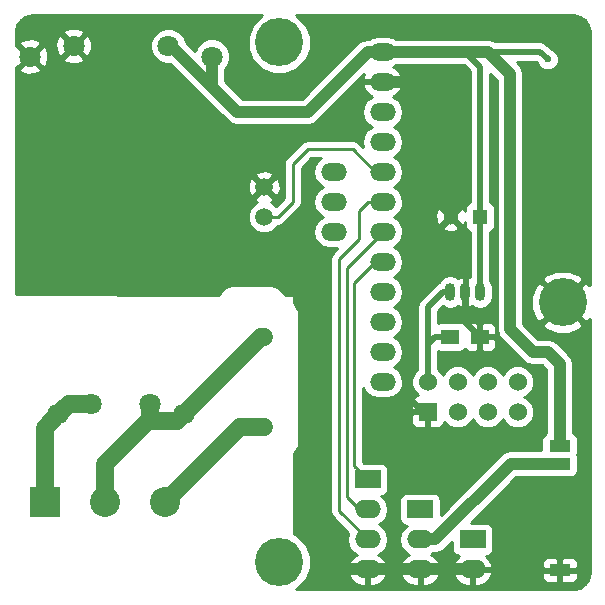
<source format=gbl>
G04 #@! TF.FileFunction,Copper,L2,Bot,Signal*
%FSLAX46Y46*%
G04 Gerber Fmt 4.6, Leading zero omitted, Abs format (unit mm)*
G04 Created by KiCad (PCBNEW 4.0.2-stable) date 8-9-2016 20:36:08*
%MOMM*%
G01*
G04 APERTURE LIST*
%ADD10C,0.100000*%
%ADD11R,1.800000X1.000000*%
%ADD12O,0.899160X1.501140*%
%ADD13C,4.064000*%
%ADD14R,2.540000X2.540000*%
%ADD15C,2.540000*%
%ADD16R,2.199640X1.524000*%
%ADD17O,2.199640X1.524000*%
%ADD18C,1.500000*%
%ADD19C,1.800000*%
%ADD20R,1.300000X1.300000*%
%ADD21C,1.300000*%
%ADD22R,1.500000X1.250000*%
%ADD23R,1.524000X1.524000*%
%ADD24C,1.524000*%
%ADD25O,2.200000X1.500000*%
%ADD26C,0.600000*%
%ADD27C,0.500000*%
%ADD28C,1.000000*%
%ADD29C,0.250000*%
%ADD30C,1.500000*%
%ADD31C,0.254000*%
G04 APERTURE END LIST*
D10*
D11*
X171755000Y-116180000D03*
X171755000Y-114680000D03*
X171755000Y-125180000D03*
D12*
X163735000Y-101630000D03*
X165005000Y-101630000D03*
X162465000Y-101630000D03*
D13*
X172000000Y-102500000D03*
X148000000Y-124500000D03*
X148000000Y-80500000D03*
D14*
X128175000Y-119410000D03*
D15*
X133255000Y-119410000D03*
X138335000Y-119410000D03*
D16*
X159925000Y-120045000D03*
D17*
X159925000Y-122585000D03*
X159925000Y-125125000D03*
D16*
X155480000Y-117505000D03*
D17*
X155480000Y-120045000D03*
X155480000Y-122585000D03*
X155480000Y-125125000D03*
D16*
X164370000Y-122585000D03*
D17*
X164370000Y-125125000D03*
D18*
X146717000Y-113060000D03*
X146717000Y-105440000D03*
X146717000Y-95280000D03*
X146717000Y-92740000D03*
D19*
X129300000Y-112000000D03*
X139900000Y-112000000D03*
X138600000Y-80800000D03*
X130600000Y-80800000D03*
X132100000Y-111100000D03*
X137100000Y-111100000D03*
X126900000Y-81700000D03*
X142300000Y-81700000D03*
D20*
X165005000Y-95280000D03*
D21*
X162505000Y-95280000D03*
D22*
X162485000Y-105440000D03*
X164985000Y-105440000D03*
D23*
X160560000Y-111790000D03*
D24*
X160560000Y-109250000D03*
X163100000Y-111790000D03*
X163100000Y-109250000D03*
X165640000Y-111790000D03*
X165640000Y-109250000D03*
X168180000Y-111790000D03*
X168180000Y-109250000D03*
D25*
X156750000Y-94010000D03*
X156750000Y-91470000D03*
X156750000Y-88930000D03*
X156750000Y-86390000D03*
X156750000Y-83850000D03*
X156750000Y-81310000D03*
X156750000Y-96550000D03*
X156750000Y-99090000D03*
X156750000Y-101630000D03*
X156750000Y-104170000D03*
X156750000Y-106710000D03*
X156750000Y-109250000D03*
X152650000Y-91470000D03*
X152650000Y-94010000D03*
X152650000Y-96550000D03*
D26*
X170720000Y-81945000D03*
D27*
X160560000Y-111790000D02*
X160179000Y-111790000D01*
X160179000Y-111790000D02*
X158655000Y-110266000D01*
X158655000Y-110266000D02*
X158655000Y-99130000D01*
X158655000Y-99130000D02*
X162505000Y-95280000D01*
D28*
X160560000Y-83850000D02*
X156750000Y-83850000D01*
X164370000Y-125125000D02*
X155480000Y-125125000D01*
X155480000Y-125125000D02*
X152940000Y-125125000D01*
X152940000Y-125125000D02*
X151670000Y-123855000D01*
X151670000Y-123855000D02*
X151670000Y-119410000D01*
X162505000Y-85795000D02*
X162505000Y-95280000D01*
X160560000Y-83850000D02*
X162505000Y-85795000D01*
D27*
X163735000Y-101630000D02*
X163735000Y-104190000D01*
X163735000Y-104190000D02*
X164985000Y-105440000D01*
D29*
X155480000Y-117505000D02*
X154337000Y-116362000D01*
X154337000Y-116362000D02*
X154337000Y-100868000D01*
X154337000Y-100868000D02*
X156115000Y-99090000D01*
X156115000Y-99090000D02*
X156750000Y-99090000D01*
X155480000Y-120045000D02*
X154718000Y-120045000D01*
X154718000Y-120045000D02*
X153702000Y-119029000D01*
X153702000Y-99598000D02*
X156750000Y-96550000D01*
X153702000Y-119029000D02*
X153702000Y-99598000D01*
X155480000Y-120045000D02*
X154845000Y-120045000D01*
X155480000Y-122585000D02*
X153067000Y-120172000D01*
X155480000Y-94010000D02*
X156750000Y-94010000D01*
X154718000Y-94772000D02*
X155480000Y-94010000D01*
X154718000Y-97185000D02*
X154718000Y-94772000D01*
X153067000Y-98836000D02*
X154718000Y-97185000D01*
X153067000Y-120172000D02*
X153067000Y-98836000D01*
X156750000Y-91470000D02*
X156115000Y-91470000D01*
X156115000Y-91470000D02*
X154210000Y-89565000D01*
X154210000Y-89565000D02*
X150400000Y-89565000D01*
X150400000Y-89565000D02*
X149130000Y-90835000D01*
X149130000Y-90835000D02*
X149130000Y-94010000D01*
X149130000Y-94010000D02*
X147860000Y-95280000D01*
X147860000Y-95280000D02*
X146717000Y-95280000D01*
D28*
X171755000Y-109250000D02*
X171755000Y-107745000D01*
X169450000Y-106710000D02*
X167545000Y-104805000D01*
X170720000Y-106710000D02*
X169450000Y-106710000D01*
X171755000Y-107745000D02*
X170720000Y-106710000D01*
X171755000Y-114680000D02*
X171755000Y-109250000D01*
X171755000Y-109250000D02*
X171755000Y-109015000D01*
X165640000Y-81310000D02*
X158020000Y-81310000D01*
X167545000Y-104805000D02*
X167545000Y-83215000D01*
X167545000Y-83215000D02*
X165640000Y-81310000D01*
D27*
X165005000Y-101630000D02*
X165005000Y-95280000D01*
X158020000Y-81310000D02*
X163735000Y-81310000D01*
X163735000Y-81310000D02*
X165005000Y-82580000D01*
X165005000Y-82580000D02*
X165005000Y-95280000D01*
D28*
X138600000Y-80800000D02*
X138841000Y-80800000D01*
X138841000Y-80800000D02*
X142300000Y-84259000D01*
X142300000Y-81700000D02*
X142300000Y-84259000D01*
X142300000Y-84259000D02*
X144431000Y-86390000D01*
X150400000Y-86390000D02*
X155480000Y-81310000D01*
X144431000Y-86390000D02*
X150400000Y-86390000D01*
X155480000Y-81310000D02*
X158020000Y-81310000D01*
X155480000Y-81310000D02*
X158020000Y-81310000D01*
D27*
X156115000Y-81310000D02*
X170085000Y-81310000D01*
X170085000Y-81310000D02*
X170720000Y-81945000D01*
D29*
X155480000Y-81310000D02*
X170085000Y-81310000D01*
X170085000Y-81310000D02*
X170720000Y-81945000D01*
D30*
X129300000Y-112000000D02*
X130200000Y-111100000D01*
X130200000Y-111100000D02*
X132100000Y-111100000D01*
X128175000Y-119410000D02*
X128175000Y-113125000D01*
X128175000Y-113125000D02*
X129300000Y-112000000D01*
X139900000Y-112000000D02*
X146460000Y-105440000D01*
X146460000Y-105440000D02*
X146717000Y-105440000D01*
X139900000Y-112000000D02*
X139348000Y-112552000D01*
X139348000Y-112552000D02*
X137262000Y-112552000D01*
X137262000Y-112552000D02*
X137100000Y-112390000D01*
X133255000Y-116235000D02*
X137100000Y-112390000D01*
X133255000Y-119410000D02*
X133255000Y-116235000D01*
X137100000Y-112390000D02*
X137100000Y-111100000D01*
X146717000Y-113060000D02*
X144685000Y-113060000D01*
X144685000Y-113060000D02*
X138335000Y-119410000D01*
D28*
X159925000Y-122585000D02*
X161195000Y-122585000D01*
X161195000Y-122585000D02*
X167600000Y-116180000D01*
X167600000Y-116180000D02*
X171755000Y-116180000D01*
D27*
X161195000Y-122585000D02*
X162465000Y-121315000D01*
X161830000Y-121950000D02*
X161195000Y-122585000D01*
X160560000Y-109250000D02*
X160560000Y-106075000D01*
X161195000Y-105440000D02*
X162485000Y-105440000D01*
X160560000Y-106075000D02*
X161195000Y-105440000D01*
X162465000Y-105420000D02*
X162485000Y-105440000D01*
X162465000Y-101630000D02*
X161830000Y-101630000D01*
X160560000Y-102900000D02*
X160560000Y-109250000D01*
X161830000Y-101630000D02*
X160560000Y-102900000D01*
D31*
G36*
X146491239Y-78237709D02*
X145740345Y-78987293D01*
X145333464Y-79967173D01*
X145332538Y-81028172D01*
X145737709Y-82008761D01*
X146487293Y-82759655D01*
X147467173Y-83166536D01*
X148528172Y-83167462D01*
X149508761Y-82762291D01*
X150259655Y-82012707D01*
X150666536Y-81032827D01*
X150667462Y-79971828D01*
X150262291Y-78991239D01*
X149512707Y-78240345D01*
X149439628Y-78210000D01*
X172930069Y-78210000D01*
X173488338Y-78321046D01*
X173902333Y-78597669D01*
X174178953Y-79011660D01*
X174290000Y-79569931D01*
X174290000Y-101049204D01*
X174272168Y-101006154D01*
X173898121Y-100781484D01*
X172179605Y-102500000D01*
X173898121Y-104218516D01*
X174272168Y-103993846D01*
X174290000Y-103949872D01*
X174290000Y-125430069D01*
X174178953Y-125988340D01*
X173902333Y-126402331D01*
X173488338Y-126678954D01*
X172930069Y-126790000D01*
X149441700Y-126790000D01*
X149508761Y-126762291D01*
X150259655Y-126012707D01*
X150485807Y-125468070D01*
X153787960Y-125468070D01*
X153802920Y-125542277D01*
X154064550Y-126023026D01*
X154490239Y-126367059D01*
X155015180Y-126522000D01*
X155353000Y-126522000D01*
X155353000Y-125252000D01*
X155607000Y-125252000D01*
X155607000Y-126522000D01*
X155944820Y-126522000D01*
X156469761Y-126367059D01*
X156895450Y-126023026D01*
X157157080Y-125542277D01*
X157172040Y-125468070D01*
X158232960Y-125468070D01*
X158247920Y-125542277D01*
X158509550Y-126023026D01*
X158935239Y-126367059D01*
X159460180Y-126522000D01*
X159798000Y-126522000D01*
X159798000Y-125252000D01*
X160052000Y-125252000D01*
X160052000Y-126522000D01*
X160389820Y-126522000D01*
X160914761Y-126367059D01*
X161340450Y-126023026D01*
X161602080Y-125542277D01*
X161617040Y-125468070D01*
X162677960Y-125468070D01*
X162692920Y-125542277D01*
X162954550Y-126023026D01*
X163380239Y-126367059D01*
X163905180Y-126522000D01*
X164243000Y-126522000D01*
X164243000Y-125252000D01*
X164497000Y-125252000D01*
X164497000Y-126522000D01*
X164834820Y-126522000D01*
X165359761Y-126367059D01*
X165785450Y-126023026D01*
X166047080Y-125542277D01*
X166062040Y-125468070D01*
X166060725Y-125465750D01*
X170220000Y-125465750D01*
X170220000Y-125806309D01*
X170316673Y-126039698D01*
X170495301Y-126218327D01*
X170728690Y-126315000D01*
X171469250Y-126315000D01*
X171628000Y-126156250D01*
X171628000Y-125307000D01*
X171882000Y-125307000D01*
X171882000Y-126156250D01*
X172040750Y-126315000D01*
X172781310Y-126315000D01*
X173014699Y-126218327D01*
X173193327Y-126039698D01*
X173290000Y-125806309D01*
X173290000Y-125465750D01*
X173131250Y-125307000D01*
X171882000Y-125307000D01*
X171628000Y-125307000D01*
X170378750Y-125307000D01*
X170220000Y-125465750D01*
X166060725Y-125465750D01*
X165939540Y-125252000D01*
X164497000Y-125252000D01*
X164243000Y-125252000D01*
X162800460Y-125252000D01*
X162677960Y-125468070D01*
X161617040Y-125468070D01*
X161494540Y-125252000D01*
X160052000Y-125252000D01*
X159798000Y-125252000D01*
X158355460Y-125252000D01*
X158232960Y-125468070D01*
X157172040Y-125468070D01*
X157049540Y-125252000D01*
X155607000Y-125252000D01*
X155353000Y-125252000D01*
X153910460Y-125252000D01*
X153787960Y-125468070D01*
X150485807Y-125468070D01*
X150666536Y-125032827D01*
X150667462Y-123971828D01*
X150262291Y-122991239D01*
X149512707Y-122240345D01*
X149230000Y-122122955D01*
X149230000Y-115278194D01*
X149242277Y-115269991D01*
X149434991Y-115077277D01*
X149545112Y-114912470D01*
X149600951Y-114777664D01*
X149649410Y-114660673D01*
X149688079Y-114466270D01*
X149688079Y-114397472D01*
X149701500Y-114330000D01*
X149701500Y-103535000D01*
X149688078Y-103467524D01*
X149688078Y-103398727D01*
X149649408Y-103204324D01*
X149615472Y-103122397D01*
X149545112Y-102952532D01*
X149434992Y-102787725D01*
X149386346Y-102739079D01*
X149348124Y-102681876D01*
X149230000Y-102563752D01*
X149230000Y-102032000D01*
X149219994Y-101982590D01*
X149191553Y-101940965D01*
X149149159Y-101913685D01*
X149103669Y-101905002D01*
X148568430Y-101902182D01*
X148078124Y-101411876D01*
X148020923Y-101373656D01*
X147972277Y-101325009D01*
X147807470Y-101214888D01*
X147555675Y-101110591D01*
X147555673Y-101110590D01*
X147361270Y-101071921D01*
X147292473Y-101071921D01*
X147225000Y-101058500D01*
X144050000Y-101058500D01*
X143982528Y-101071921D01*
X143913730Y-101071921D01*
X143719327Y-101110590D01*
X143719325Y-101110591D01*
X143467530Y-101214888D01*
X143302723Y-101325009D01*
X143110009Y-101517723D01*
X142999888Y-101682530D01*
X142999887Y-101682532D01*
X142921230Y-101872426D01*
X125710000Y-101781740D01*
X125710000Y-95554285D01*
X145331760Y-95554285D01*
X145542169Y-96063515D01*
X145931436Y-96453461D01*
X146440298Y-96664759D01*
X146991285Y-96665240D01*
X147500515Y-96454831D01*
X147890461Y-96065564D01*
X147904774Y-96031094D01*
X148150839Y-95982148D01*
X148397401Y-95817401D01*
X149667401Y-94547401D01*
X149832148Y-94300840D01*
X149890000Y-94010000D01*
X149890000Y-91149802D01*
X150714802Y-90325000D01*
X151534589Y-90325000D01*
X151286666Y-90490657D01*
X150986436Y-90939983D01*
X150881009Y-91470000D01*
X150986436Y-92000017D01*
X151286666Y-92449343D01*
X151721665Y-92740000D01*
X151286666Y-93030657D01*
X150986436Y-93479983D01*
X150881009Y-94010000D01*
X150986436Y-94540017D01*
X151286666Y-94989343D01*
X151721665Y-95280000D01*
X151286666Y-95570657D01*
X150986436Y-96019983D01*
X150881009Y-96550000D01*
X150986436Y-97080017D01*
X151286666Y-97529343D01*
X151735992Y-97829573D01*
X152266009Y-97935000D01*
X152893198Y-97935000D01*
X152529599Y-98298599D01*
X152364852Y-98545161D01*
X152307000Y-98836000D01*
X152307000Y-120172000D01*
X152364852Y-120462839D01*
X152529599Y-120709401D01*
X153838784Y-122018586D01*
X153817533Y-122050391D01*
X153711193Y-122585000D01*
X153817533Y-123119609D01*
X154120365Y-123572828D01*
X154555606Y-123863647D01*
X154490239Y-123882941D01*
X154064550Y-124226974D01*
X153802920Y-124707723D01*
X153787960Y-124781930D01*
X153910460Y-124998000D01*
X155353000Y-124998000D01*
X155353000Y-124978000D01*
X155607000Y-124978000D01*
X155607000Y-124998000D01*
X157049540Y-124998000D01*
X157172040Y-124781930D01*
X157157080Y-124707723D01*
X156895450Y-124226974D01*
X156469761Y-123882941D01*
X156404394Y-123863647D01*
X156839635Y-123572828D01*
X157142467Y-123119609D01*
X157248807Y-122585000D01*
X157142467Y-122050391D01*
X156839635Y-121597172D01*
X156417336Y-121315000D01*
X156839635Y-121032828D01*
X157142467Y-120579609D01*
X157248807Y-120045000D01*
X157142467Y-119510391D01*
X156839635Y-119057172D01*
X156615870Y-118907657D01*
X156815137Y-118870162D01*
X157031261Y-118731090D01*
X157176251Y-118518890D01*
X157227260Y-118267000D01*
X157227260Y-116743000D01*
X157182982Y-116507683D01*
X157043910Y-116291559D01*
X156831710Y-116146569D01*
X156579820Y-116095560D01*
X155145362Y-116095560D01*
X155097000Y-116047198D01*
X155097000Y-112075750D01*
X159163000Y-112075750D01*
X159163000Y-112678310D01*
X159259673Y-112911699D01*
X159438302Y-113090327D01*
X159671691Y-113187000D01*
X160274250Y-113187000D01*
X160433000Y-113028250D01*
X160433000Y-111917000D01*
X159321750Y-111917000D01*
X159163000Y-112075750D01*
X155097000Y-112075750D01*
X155097000Y-109795827D01*
X155386666Y-110229343D01*
X155835992Y-110529573D01*
X156366009Y-110635000D01*
X157133991Y-110635000D01*
X157664008Y-110529573D01*
X158113334Y-110229343D01*
X158413564Y-109780017D01*
X158463959Y-109526661D01*
X159162758Y-109526661D01*
X159374990Y-110040303D01*
X159727072Y-110393000D01*
X159671691Y-110393000D01*
X159438302Y-110489673D01*
X159259673Y-110668301D01*
X159163000Y-110901690D01*
X159163000Y-111504250D01*
X159321750Y-111663000D01*
X160433000Y-111663000D01*
X160433000Y-111643000D01*
X160687000Y-111643000D01*
X160687000Y-111663000D01*
X160707000Y-111663000D01*
X160707000Y-111917000D01*
X160687000Y-111917000D01*
X160687000Y-113028250D01*
X160845750Y-113187000D01*
X161448309Y-113187000D01*
X161681698Y-113090327D01*
X161860327Y-112911699D01*
X161957000Y-112678310D01*
X161957000Y-112622386D01*
X162307630Y-112973629D01*
X162820900Y-113186757D01*
X163376661Y-113187242D01*
X163890303Y-112975010D01*
X164283629Y-112582370D01*
X164369949Y-112374488D01*
X164454990Y-112580303D01*
X164847630Y-112973629D01*
X165360900Y-113186757D01*
X165916661Y-113187242D01*
X166430303Y-112975010D01*
X166823629Y-112582370D01*
X166909949Y-112374488D01*
X166994990Y-112580303D01*
X167387630Y-112973629D01*
X167900900Y-113186757D01*
X168456661Y-113187242D01*
X168970303Y-112975010D01*
X169363629Y-112582370D01*
X169576757Y-112069100D01*
X169577242Y-111513339D01*
X169365010Y-110999697D01*
X168972370Y-110606371D01*
X168764488Y-110520051D01*
X168970303Y-110435010D01*
X169363629Y-110042370D01*
X169576757Y-109529100D01*
X169577242Y-108973339D01*
X169365010Y-108459697D01*
X168972370Y-108066371D01*
X168459100Y-107853243D01*
X167903339Y-107852758D01*
X167389697Y-108064990D01*
X166996371Y-108457630D01*
X166910051Y-108665512D01*
X166825010Y-108459697D01*
X166432370Y-108066371D01*
X165919100Y-107853243D01*
X165363339Y-107852758D01*
X164849697Y-108064990D01*
X164456371Y-108457630D01*
X164370051Y-108665512D01*
X164285010Y-108459697D01*
X163892370Y-108066371D01*
X163379100Y-107853243D01*
X162823339Y-107852758D01*
X162309697Y-108064990D01*
X161916371Y-108457630D01*
X161830051Y-108665512D01*
X161745010Y-108459697D01*
X161445000Y-108159163D01*
X161445000Y-106635392D01*
X161483110Y-106661431D01*
X161735000Y-106712440D01*
X163235000Y-106712440D01*
X163470317Y-106668162D01*
X163686441Y-106529090D01*
X163732969Y-106460994D01*
X163875302Y-106603327D01*
X164108691Y-106700000D01*
X164699250Y-106700000D01*
X164858000Y-106541250D01*
X164858000Y-105567000D01*
X165112000Y-105567000D01*
X165112000Y-106541250D01*
X165270750Y-106700000D01*
X165861309Y-106700000D01*
X166094698Y-106603327D01*
X166273327Y-106424699D01*
X166370000Y-106191310D01*
X166370000Y-105725750D01*
X166211250Y-105567000D01*
X165112000Y-105567000D01*
X164858000Y-105567000D01*
X164838000Y-105567000D01*
X164838000Y-105313000D01*
X164858000Y-105313000D01*
X164858000Y-104338750D01*
X165112000Y-104338750D01*
X165112000Y-105313000D01*
X166211250Y-105313000D01*
X166370000Y-105154250D01*
X166370000Y-104688690D01*
X166273327Y-104455301D01*
X166094698Y-104276673D01*
X165861309Y-104180000D01*
X165270750Y-104180000D01*
X165112000Y-104338750D01*
X164858000Y-104338750D01*
X164699250Y-104180000D01*
X164108691Y-104180000D01*
X163875302Y-104276673D01*
X163734064Y-104417910D01*
X163699090Y-104363559D01*
X163486890Y-104218569D01*
X163235000Y-104167560D01*
X161735000Y-104167560D01*
X161499683Y-104211838D01*
X161445000Y-104247026D01*
X161445000Y-103266580D01*
X161870996Y-102840584D01*
X162049949Y-102960156D01*
X162465000Y-103042715D01*
X162880051Y-102960156D01*
X163104238Y-102810359D01*
X163441065Y-102974981D01*
X163608000Y-102848068D01*
X163608000Y-101757000D01*
X163588000Y-101757000D01*
X163588000Y-101503000D01*
X163608000Y-101503000D01*
X163608000Y-100411932D01*
X163441065Y-100285019D01*
X163104238Y-100449641D01*
X162880051Y-100299844D01*
X162465000Y-100217285D01*
X162049949Y-100299844D01*
X161698086Y-100534951D01*
X161516003Y-100807458D01*
X161491325Y-100812367D01*
X161204210Y-101004210D01*
X161204208Y-101004213D01*
X159934210Y-102274210D01*
X159742367Y-102561325D01*
X159742367Y-102561326D01*
X159674999Y-102900000D01*
X159675000Y-102900005D01*
X159675000Y-106074995D01*
X159674999Y-106075000D01*
X159675000Y-106075005D01*
X159675000Y-108159522D01*
X159376371Y-108457630D01*
X159163243Y-108970900D01*
X159162758Y-109526661D01*
X158463959Y-109526661D01*
X158518991Y-109250000D01*
X158413564Y-108719983D01*
X158113334Y-108270657D01*
X157678335Y-107980000D01*
X158113334Y-107689343D01*
X158413564Y-107240017D01*
X158518991Y-106710000D01*
X158413564Y-106179983D01*
X158113334Y-105730657D01*
X157678335Y-105440000D01*
X158113334Y-105149343D01*
X158413564Y-104700017D01*
X158518991Y-104170000D01*
X158413564Y-103639983D01*
X158113334Y-103190657D01*
X157678335Y-102900000D01*
X158113334Y-102609343D01*
X158413564Y-102160017D01*
X158518991Y-101630000D01*
X158413564Y-101099983D01*
X158113334Y-100650657D01*
X157678335Y-100360000D01*
X158113334Y-100069343D01*
X158413564Y-99620017D01*
X158518991Y-99090000D01*
X158413564Y-98559983D01*
X158113334Y-98110657D01*
X157678335Y-97820000D01*
X158113334Y-97529343D01*
X158413564Y-97080017D01*
X158518991Y-96550000D01*
X158445198Y-96179016D01*
X161785590Y-96179016D01*
X161841271Y-96409611D01*
X162324078Y-96577622D01*
X162834428Y-96548083D01*
X163168729Y-96409611D01*
X163224410Y-96179016D01*
X162505000Y-95459605D01*
X161785590Y-96179016D01*
X158445198Y-96179016D01*
X158413564Y-96019983D01*
X158113334Y-95570657D01*
X157678335Y-95280000D01*
X157949103Y-95099078D01*
X161207378Y-95099078D01*
X161236917Y-95609428D01*
X161375389Y-95943729D01*
X161605984Y-95999410D01*
X162325395Y-95280000D01*
X161605984Y-94560590D01*
X161375389Y-94616271D01*
X161207378Y-95099078D01*
X157949103Y-95099078D01*
X158113334Y-94989343D01*
X158413564Y-94540017D01*
X158445197Y-94380984D01*
X161785590Y-94380984D01*
X162505000Y-95100395D01*
X163224410Y-94380984D01*
X163168729Y-94150389D01*
X162685922Y-93982378D01*
X162175572Y-94011917D01*
X161841271Y-94150389D01*
X161785590Y-94380984D01*
X158445197Y-94380984D01*
X158518991Y-94010000D01*
X158413564Y-93479983D01*
X158113334Y-93030657D01*
X157678335Y-92740000D01*
X158113334Y-92449343D01*
X158413564Y-92000017D01*
X158518991Y-91470000D01*
X158413564Y-90939983D01*
X158113334Y-90490657D01*
X157678335Y-90200000D01*
X158113334Y-89909343D01*
X158413564Y-89460017D01*
X158518991Y-88930000D01*
X158413564Y-88399983D01*
X158113334Y-87950657D01*
X157678335Y-87660000D01*
X158113334Y-87369343D01*
X158413564Y-86920017D01*
X158518991Y-86390000D01*
X158413564Y-85859983D01*
X158113334Y-85410657D01*
X157664008Y-85110427D01*
X157654339Y-85108504D01*
X157747349Y-85080972D01*
X158169145Y-84739540D01*
X158428173Y-84262684D01*
X158442318Y-84191185D01*
X158319656Y-83977000D01*
X156877000Y-83977000D01*
X156877000Y-83997000D01*
X156623000Y-83997000D01*
X156623000Y-83977000D01*
X155180344Y-83977000D01*
X155057682Y-84191185D01*
X155071827Y-84262684D01*
X155330855Y-84739540D01*
X155752651Y-85080972D01*
X155845661Y-85108504D01*
X155835992Y-85110427D01*
X155386666Y-85410657D01*
X155086436Y-85859983D01*
X154981009Y-86390000D01*
X155086436Y-86920017D01*
X155386666Y-87369343D01*
X155821665Y-87660000D01*
X155386666Y-87950657D01*
X155086436Y-88399983D01*
X154981009Y-88930000D01*
X155063249Y-89343447D01*
X154747401Y-89027599D01*
X154500839Y-88862852D01*
X154210000Y-88805000D01*
X150400000Y-88805000D01*
X150109160Y-88862852D01*
X149862599Y-89027599D01*
X148592599Y-90297599D01*
X148427852Y-90544161D01*
X148370000Y-90835000D01*
X148370000Y-93695198D01*
X147730413Y-94334785D01*
X147502564Y-94106539D01*
X147286021Y-94016623D01*
X147440923Y-93952460D01*
X147508912Y-93711517D01*
X146717000Y-92919605D01*
X145925088Y-93711517D01*
X145993077Y-93952460D01*
X146159621Y-94011732D01*
X145933485Y-94105169D01*
X145543539Y-94494436D01*
X145332241Y-95003298D01*
X145331760Y-95554285D01*
X125710000Y-95554285D01*
X125710000Y-92535171D01*
X145319799Y-92535171D01*
X145347770Y-93085448D01*
X145504540Y-93463923D01*
X145745483Y-93531912D01*
X146537395Y-92740000D01*
X146896605Y-92740000D01*
X147688517Y-93531912D01*
X147929460Y-93463923D01*
X148114201Y-92944829D01*
X148086230Y-92394552D01*
X147929460Y-92016077D01*
X147688517Y-91948088D01*
X146896605Y-92740000D01*
X146537395Y-92740000D01*
X145745483Y-91948088D01*
X145504540Y-92016077D01*
X145319799Y-92535171D01*
X125710000Y-92535171D01*
X125710000Y-91768483D01*
X145925088Y-91768483D01*
X146717000Y-92560395D01*
X147508912Y-91768483D01*
X147440923Y-91527540D01*
X146921829Y-91342799D01*
X146371552Y-91370770D01*
X145993077Y-91527540D01*
X145925088Y-91768483D01*
X125710000Y-91768483D01*
X125710000Y-82780159D01*
X125999446Y-82780159D01*
X126085852Y-83036643D01*
X126659336Y-83246458D01*
X127269460Y-83220839D01*
X127714148Y-83036643D01*
X127800554Y-82780159D01*
X126900000Y-81879605D01*
X125999446Y-82780159D01*
X125710000Y-82780159D01*
X125710000Y-82563550D01*
X125819841Y-82600554D01*
X126720395Y-81700000D01*
X127079605Y-81700000D01*
X127980159Y-82600554D01*
X128236643Y-82514148D01*
X128446458Y-81940664D01*
X128443918Y-81880159D01*
X129699446Y-81880159D01*
X129785852Y-82136643D01*
X130359336Y-82346458D01*
X130969460Y-82320839D01*
X131414148Y-82136643D01*
X131500554Y-81880159D01*
X130600000Y-80979605D01*
X129699446Y-81880159D01*
X128443918Y-81880159D01*
X128420839Y-81330540D01*
X128236643Y-80885852D01*
X127980159Y-80799446D01*
X127079605Y-81700000D01*
X126720395Y-81700000D01*
X125819841Y-80799446D01*
X125710000Y-80836450D01*
X125710000Y-80619841D01*
X125999446Y-80619841D01*
X126900000Y-81520395D01*
X127800554Y-80619841D01*
X127780171Y-80559336D01*
X129053542Y-80559336D01*
X129079161Y-81169460D01*
X129263357Y-81614148D01*
X129519841Y-81700554D01*
X130420395Y-80800000D01*
X130779605Y-80800000D01*
X131680159Y-81700554D01*
X131936643Y-81614148D01*
X132123289Y-81103991D01*
X137064735Y-81103991D01*
X137297932Y-81668371D01*
X137729357Y-82100551D01*
X138293330Y-82334733D01*
X138771017Y-82335149D01*
X143628434Y-87192566D01*
X143996654Y-87438603D01*
X144431000Y-87525000D01*
X150400000Y-87525000D01*
X150834346Y-87438603D01*
X151202566Y-87192566D01*
X155207402Y-83187730D01*
X155071827Y-83437316D01*
X155057682Y-83508815D01*
X155180344Y-83723000D01*
X156623000Y-83723000D01*
X156623000Y-83703000D01*
X156877000Y-83703000D01*
X156877000Y-83723000D01*
X158319656Y-83723000D01*
X158442318Y-83508815D01*
X158428173Y-83437316D01*
X158169145Y-82960460D01*
X157747349Y-82619028D01*
X157654339Y-82591496D01*
X157664008Y-82589573D01*
X157880377Y-82445000D01*
X163618420Y-82445000D01*
X164120000Y-82946579D01*
X164120000Y-94026778D01*
X164119683Y-94026838D01*
X163903559Y-94165910D01*
X163758569Y-94378110D01*
X163707560Y-94630000D01*
X163707560Y-94792385D01*
X163634611Y-94616271D01*
X163404016Y-94560590D01*
X162684605Y-95280000D01*
X163404016Y-95999410D01*
X163634611Y-95943729D01*
X163707560Y-95734098D01*
X163707560Y-95930000D01*
X163751838Y-96165317D01*
X163890910Y-96381441D01*
X164103110Y-96526431D01*
X164120000Y-96529851D01*
X164120000Y-100329526D01*
X164028935Y-100285019D01*
X163862000Y-100411932D01*
X163862000Y-101503000D01*
X163882000Y-101503000D01*
X163882000Y-101757000D01*
X163862000Y-101757000D01*
X163862000Y-102848068D01*
X164028935Y-102974981D01*
X164365762Y-102810359D01*
X164589949Y-102960156D01*
X165005000Y-103042715D01*
X165420051Y-102960156D01*
X165771914Y-102725049D01*
X166007021Y-102373186D01*
X166089580Y-101958135D01*
X166089580Y-101301865D01*
X166007021Y-100886814D01*
X165890000Y-100711679D01*
X165890000Y-96533222D01*
X165890317Y-96533162D01*
X166106441Y-96394090D01*
X166251431Y-96181890D01*
X166302440Y-95930000D01*
X166302440Y-94630000D01*
X166258162Y-94394683D01*
X166119090Y-94178559D01*
X165906890Y-94033569D01*
X165890000Y-94030149D01*
X165890000Y-83165132D01*
X166410000Y-83685132D01*
X166410000Y-104805000D01*
X166496397Y-105239346D01*
X166715329Y-105567000D01*
X166742434Y-105607566D01*
X168647434Y-107512566D01*
X169015654Y-107758603D01*
X169450000Y-107845000D01*
X170249868Y-107845000D01*
X170620000Y-108215132D01*
X170620000Y-113576778D01*
X170619683Y-113576838D01*
X170403559Y-113715910D01*
X170258569Y-113928110D01*
X170207560Y-114180000D01*
X170207560Y-115045000D01*
X167600000Y-115045000D01*
X167165654Y-115131397D01*
X166802142Y-115374288D01*
X166797434Y-115377434D01*
X161672260Y-120502608D01*
X161672260Y-119283000D01*
X161627982Y-119047683D01*
X161488910Y-118831559D01*
X161276710Y-118686569D01*
X161024820Y-118635560D01*
X158825180Y-118635560D01*
X158589863Y-118679838D01*
X158373739Y-118818910D01*
X158228749Y-119031110D01*
X158177740Y-119283000D01*
X158177740Y-120807000D01*
X158222018Y-121042317D01*
X158361090Y-121258441D01*
X158573290Y-121403431D01*
X158789724Y-121447260D01*
X158565365Y-121597172D01*
X158262533Y-122050391D01*
X158156193Y-122585000D01*
X158262533Y-123119609D01*
X158565365Y-123572828D01*
X159000606Y-123863647D01*
X158935239Y-123882941D01*
X158509550Y-124226974D01*
X158247920Y-124707723D01*
X158232960Y-124781930D01*
X158355460Y-124998000D01*
X159798000Y-124998000D01*
X159798000Y-124978000D01*
X160052000Y-124978000D01*
X160052000Y-124998000D01*
X161494540Y-124998000D01*
X161617040Y-124781930D01*
X161602080Y-124707723D01*
X161340450Y-124226974D01*
X160914761Y-123882941D01*
X160849394Y-123863647D01*
X161064377Y-123720000D01*
X161195000Y-123720000D01*
X161629346Y-123633603D01*
X161997566Y-123387566D01*
X162622740Y-122762392D01*
X162622740Y-123347000D01*
X162667018Y-123582317D01*
X162806090Y-123798441D01*
X163018290Y-123943431D01*
X163247867Y-123989921D01*
X162954550Y-124226974D01*
X162692920Y-124707723D01*
X162677960Y-124781930D01*
X162800460Y-124998000D01*
X164243000Y-124998000D01*
X164243000Y-124978000D01*
X164497000Y-124978000D01*
X164497000Y-124998000D01*
X165939540Y-124998000D01*
X166062040Y-124781930D01*
X166047080Y-124707723D01*
X165963254Y-124553691D01*
X170220000Y-124553691D01*
X170220000Y-124894250D01*
X170378750Y-125053000D01*
X171628000Y-125053000D01*
X171628000Y-124203750D01*
X171882000Y-124203750D01*
X171882000Y-125053000D01*
X173131250Y-125053000D01*
X173290000Y-124894250D01*
X173290000Y-124553691D01*
X173193327Y-124320302D01*
X173014699Y-124141673D01*
X172781310Y-124045000D01*
X172040750Y-124045000D01*
X171882000Y-124203750D01*
X171628000Y-124203750D01*
X171469250Y-124045000D01*
X170728690Y-124045000D01*
X170495301Y-124141673D01*
X170316673Y-124320302D01*
X170220000Y-124553691D01*
X165963254Y-124553691D01*
X165785450Y-124226974D01*
X165492454Y-123990181D01*
X165705137Y-123950162D01*
X165921261Y-123811090D01*
X166066251Y-123598890D01*
X166117260Y-123347000D01*
X166117260Y-121823000D01*
X166072982Y-121587683D01*
X165933910Y-121371559D01*
X165721710Y-121226569D01*
X165469820Y-121175560D01*
X164209572Y-121175560D01*
X168070132Y-117315000D01*
X170793569Y-117315000D01*
X170855000Y-117327440D01*
X172655000Y-117327440D01*
X172890317Y-117283162D01*
X173106441Y-117144090D01*
X173251431Y-116931890D01*
X173302440Y-116680000D01*
X173302440Y-115680000D01*
X173258162Y-115444683D01*
X173250658Y-115433021D01*
X173251431Y-115431890D01*
X173302440Y-115180000D01*
X173302440Y-114180000D01*
X173258162Y-113944683D01*
X173119090Y-113728559D01*
X172906890Y-113583569D01*
X172890000Y-113580149D01*
X172890000Y-107745000D01*
X172803603Y-107310654D01*
X172557566Y-106942434D01*
X171522566Y-105907434D01*
X171442002Y-105853603D01*
X171154346Y-105661397D01*
X170720000Y-105575000D01*
X169920132Y-105575000D01*
X168743253Y-104398121D01*
X170281484Y-104398121D01*
X170506154Y-104772168D01*
X171489388Y-105170880D01*
X172550357Y-105162975D01*
X173493846Y-104772168D01*
X173718516Y-104398121D01*
X172000000Y-102679605D01*
X170281484Y-104398121D01*
X168743253Y-104398121D01*
X168680000Y-104334868D01*
X168680000Y-101989388D01*
X169329120Y-101989388D01*
X169337025Y-103050357D01*
X169727832Y-103993846D01*
X170101879Y-104218516D01*
X171820395Y-102500000D01*
X170101879Y-100781484D01*
X169727832Y-101006154D01*
X169329120Y-101989388D01*
X168680000Y-101989388D01*
X168680000Y-100601879D01*
X170281484Y-100601879D01*
X172000000Y-102320395D01*
X173718516Y-100601879D01*
X173493846Y-100227832D01*
X172510612Y-99829120D01*
X171449643Y-99837025D01*
X170506154Y-100227832D01*
X170281484Y-100601879D01*
X168680000Y-100601879D01*
X168680000Y-83215000D01*
X168593603Y-82780654D01*
X168347566Y-82412434D01*
X168130132Y-82195000D01*
X169718420Y-82195000D01*
X169877255Y-82353835D01*
X169926883Y-82473943D01*
X170189673Y-82737192D01*
X170533201Y-82879838D01*
X170905167Y-82880162D01*
X171248943Y-82738117D01*
X171512192Y-82475327D01*
X171654838Y-82131799D01*
X171655162Y-81759833D01*
X171513117Y-81416057D01*
X171250327Y-81152808D01*
X171129013Y-81102434D01*
X170710790Y-80684210D01*
X170423675Y-80492367D01*
X170367484Y-80481190D01*
X170085000Y-80424999D01*
X170084995Y-80425000D01*
X166319195Y-80425000D01*
X166280955Y-80399449D01*
X166074346Y-80261397D01*
X165640000Y-80175000D01*
X157880377Y-80175000D01*
X157664008Y-80030427D01*
X157133991Y-79925000D01*
X156366009Y-79925000D01*
X155835992Y-80030427D01*
X155619623Y-80175000D01*
X155480000Y-80175000D01*
X155045654Y-80261397D01*
X154839045Y-80399449D01*
X154677434Y-80507434D01*
X149929868Y-85255000D01*
X144901132Y-85255000D01*
X143435000Y-83788868D01*
X143435000Y-82735905D01*
X143600551Y-82570643D01*
X143834733Y-82006670D01*
X143835265Y-81396009D01*
X143602068Y-80831629D01*
X143170643Y-80399449D01*
X142606670Y-80165267D01*
X141996009Y-80164735D01*
X141431629Y-80397932D01*
X140999449Y-80829357D01*
X140845717Y-81199585D01*
X140130423Y-80484291D01*
X139902068Y-79931629D01*
X139470643Y-79499449D01*
X138906670Y-79265267D01*
X138296009Y-79264735D01*
X137731629Y-79497932D01*
X137299449Y-79929357D01*
X137065267Y-80493330D01*
X137064735Y-81103991D01*
X132123289Y-81103991D01*
X132146458Y-81040664D01*
X132120839Y-80430540D01*
X131936643Y-79985852D01*
X131680159Y-79899446D01*
X130779605Y-80800000D01*
X130420395Y-80800000D01*
X129519841Y-79899446D01*
X129263357Y-79985852D01*
X129053542Y-80559336D01*
X127780171Y-80559336D01*
X127714148Y-80363357D01*
X127140664Y-80153542D01*
X126530540Y-80179161D01*
X126085852Y-80363357D01*
X125999446Y-80619841D01*
X125710000Y-80619841D01*
X125710000Y-79719841D01*
X129699446Y-79719841D01*
X130600000Y-80620395D01*
X131500554Y-79719841D01*
X131414148Y-79463357D01*
X130840664Y-79253542D01*
X130230540Y-79279161D01*
X129785852Y-79463357D01*
X129699446Y-79719841D01*
X125710000Y-79719841D01*
X125710000Y-79569931D01*
X125821046Y-79011662D01*
X126097669Y-78597667D01*
X126511660Y-78321047D01*
X127069931Y-78210000D01*
X146558300Y-78210000D01*
X146491239Y-78237709D01*
X146491239Y-78237709D01*
G37*
X146491239Y-78237709D02*
X145740345Y-78987293D01*
X145333464Y-79967173D01*
X145332538Y-81028172D01*
X145737709Y-82008761D01*
X146487293Y-82759655D01*
X147467173Y-83166536D01*
X148528172Y-83167462D01*
X149508761Y-82762291D01*
X150259655Y-82012707D01*
X150666536Y-81032827D01*
X150667462Y-79971828D01*
X150262291Y-78991239D01*
X149512707Y-78240345D01*
X149439628Y-78210000D01*
X172930069Y-78210000D01*
X173488338Y-78321046D01*
X173902333Y-78597669D01*
X174178953Y-79011660D01*
X174290000Y-79569931D01*
X174290000Y-101049204D01*
X174272168Y-101006154D01*
X173898121Y-100781484D01*
X172179605Y-102500000D01*
X173898121Y-104218516D01*
X174272168Y-103993846D01*
X174290000Y-103949872D01*
X174290000Y-125430069D01*
X174178953Y-125988340D01*
X173902333Y-126402331D01*
X173488338Y-126678954D01*
X172930069Y-126790000D01*
X149441700Y-126790000D01*
X149508761Y-126762291D01*
X150259655Y-126012707D01*
X150485807Y-125468070D01*
X153787960Y-125468070D01*
X153802920Y-125542277D01*
X154064550Y-126023026D01*
X154490239Y-126367059D01*
X155015180Y-126522000D01*
X155353000Y-126522000D01*
X155353000Y-125252000D01*
X155607000Y-125252000D01*
X155607000Y-126522000D01*
X155944820Y-126522000D01*
X156469761Y-126367059D01*
X156895450Y-126023026D01*
X157157080Y-125542277D01*
X157172040Y-125468070D01*
X158232960Y-125468070D01*
X158247920Y-125542277D01*
X158509550Y-126023026D01*
X158935239Y-126367059D01*
X159460180Y-126522000D01*
X159798000Y-126522000D01*
X159798000Y-125252000D01*
X160052000Y-125252000D01*
X160052000Y-126522000D01*
X160389820Y-126522000D01*
X160914761Y-126367059D01*
X161340450Y-126023026D01*
X161602080Y-125542277D01*
X161617040Y-125468070D01*
X162677960Y-125468070D01*
X162692920Y-125542277D01*
X162954550Y-126023026D01*
X163380239Y-126367059D01*
X163905180Y-126522000D01*
X164243000Y-126522000D01*
X164243000Y-125252000D01*
X164497000Y-125252000D01*
X164497000Y-126522000D01*
X164834820Y-126522000D01*
X165359761Y-126367059D01*
X165785450Y-126023026D01*
X166047080Y-125542277D01*
X166062040Y-125468070D01*
X166060725Y-125465750D01*
X170220000Y-125465750D01*
X170220000Y-125806309D01*
X170316673Y-126039698D01*
X170495301Y-126218327D01*
X170728690Y-126315000D01*
X171469250Y-126315000D01*
X171628000Y-126156250D01*
X171628000Y-125307000D01*
X171882000Y-125307000D01*
X171882000Y-126156250D01*
X172040750Y-126315000D01*
X172781310Y-126315000D01*
X173014699Y-126218327D01*
X173193327Y-126039698D01*
X173290000Y-125806309D01*
X173290000Y-125465750D01*
X173131250Y-125307000D01*
X171882000Y-125307000D01*
X171628000Y-125307000D01*
X170378750Y-125307000D01*
X170220000Y-125465750D01*
X166060725Y-125465750D01*
X165939540Y-125252000D01*
X164497000Y-125252000D01*
X164243000Y-125252000D01*
X162800460Y-125252000D01*
X162677960Y-125468070D01*
X161617040Y-125468070D01*
X161494540Y-125252000D01*
X160052000Y-125252000D01*
X159798000Y-125252000D01*
X158355460Y-125252000D01*
X158232960Y-125468070D01*
X157172040Y-125468070D01*
X157049540Y-125252000D01*
X155607000Y-125252000D01*
X155353000Y-125252000D01*
X153910460Y-125252000D01*
X153787960Y-125468070D01*
X150485807Y-125468070D01*
X150666536Y-125032827D01*
X150667462Y-123971828D01*
X150262291Y-122991239D01*
X149512707Y-122240345D01*
X149230000Y-122122955D01*
X149230000Y-115278194D01*
X149242277Y-115269991D01*
X149434991Y-115077277D01*
X149545112Y-114912470D01*
X149600951Y-114777664D01*
X149649410Y-114660673D01*
X149688079Y-114466270D01*
X149688079Y-114397472D01*
X149701500Y-114330000D01*
X149701500Y-103535000D01*
X149688078Y-103467524D01*
X149688078Y-103398727D01*
X149649408Y-103204324D01*
X149615472Y-103122397D01*
X149545112Y-102952532D01*
X149434992Y-102787725D01*
X149386346Y-102739079D01*
X149348124Y-102681876D01*
X149230000Y-102563752D01*
X149230000Y-102032000D01*
X149219994Y-101982590D01*
X149191553Y-101940965D01*
X149149159Y-101913685D01*
X149103669Y-101905002D01*
X148568430Y-101902182D01*
X148078124Y-101411876D01*
X148020923Y-101373656D01*
X147972277Y-101325009D01*
X147807470Y-101214888D01*
X147555675Y-101110591D01*
X147555673Y-101110590D01*
X147361270Y-101071921D01*
X147292473Y-101071921D01*
X147225000Y-101058500D01*
X144050000Y-101058500D01*
X143982528Y-101071921D01*
X143913730Y-101071921D01*
X143719327Y-101110590D01*
X143719325Y-101110591D01*
X143467530Y-101214888D01*
X143302723Y-101325009D01*
X143110009Y-101517723D01*
X142999888Y-101682530D01*
X142999887Y-101682532D01*
X142921230Y-101872426D01*
X125710000Y-101781740D01*
X125710000Y-95554285D01*
X145331760Y-95554285D01*
X145542169Y-96063515D01*
X145931436Y-96453461D01*
X146440298Y-96664759D01*
X146991285Y-96665240D01*
X147500515Y-96454831D01*
X147890461Y-96065564D01*
X147904774Y-96031094D01*
X148150839Y-95982148D01*
X148397401Y-95817401D01*
X149667401Y-94547401D01*
X149832148Y-94300840D01*
X149890000Y-94010000D01*
X149890000Y-91149802D01*
X150714802Y-90325000D01*
X151534589Y-90325000D01*
X151286666Y-90490657D01*
X150986436Y-90939983D01*
X150881009Y-91470000D01*
X150986436Y-92000017D01*
X151286666Y-92449343D01*
X151721665Y-92740000D01*
X151286666Y-93030657D01*
X150986436Y-93479983D01*
X150881009Y-94010000D01*
X150986436Y-94540017D01*
X151286666Y-94989343D01*
X151721665Y-95280000D01*
X151286666Y-95570657D01*
X150986436Y-96019983D01*
X150881009Y-96550000D01*
X150986436Y-97080017D01*
X151286666Y-97529343D01*
X151735992Y-97829573D01*
X152266009Y-97935000D01*
X152893198Y-97935000D01*
X152529599Y-98298599D01*
X152364852Y-98545161D01*
X152307000Y-98836000D01*
X152307000Y-120172000D01*
X152364852Y-120462839D01*
X152529599Y-120709401D01*
X153838784Y-122018586D01*
X153817533Y-122050391D01*
X153711193Y-122585000D01*
X153817533Y-123119609D01*
X154120365Y-123572828D01*
X154555606Y-123863647D01*
X154490239Y-123882941D01*
X154064550Y-124226974D01*
X153802920Y-124707723D01*
X153787960Y-124781930D01*
X153910460Y-124998000D01*
X155353000Y-124998000D01*
X155353000Y-124978000D01*
X155607000Y-124978000D01*
X155607000Y-124998000D01*
X157049540Y-124998000D01*
X157172040Y-124781930D01*
X157157080Y-124707723D01*
X156895450Y-124226974D01*
X156469761Y-123882941D01*
X156404394Y-123863647D01*
X156839635Y-123572828D01*
X157142467Y-123119609D01*
X157248807Y-122585000D01*
X157142467Y-122050391D01*
X156839635Y-121597172D01*
X156417336Y-121315000D01*
X156839635Y-121032828D01*
X157142467Y-120579609D01*
X157248807Y-120045000D01*
X157142467Y-119510391D01*
X156839635Y-119057172D01*
X156615870Y-118907657D01*
X156815137Y-118870162D01*
X157031261Y-118731090D01*
X157176251Y-118518890D01*
X157227260Y-118267000D01*
X157227260Y-116743000D01*
X157182982Y-116507683D01*
X157043910Y-116291559D01*
X156831710Y-116146569D01*
X156579820Y-116095560D01*
X155145362Y-116095560D01*
X155097000Y-116047198D01*
X155097000Y-112075750D01*
X159163000Y-112075750D01*
X159163000Y-112678310D01*
X159259673Y-112911699D01*
X159438302Y-113090327D01*
X159671691Y-113187000D01*
X160274250Y-113187000D01*
X160433000Y-113028250D01*
X160433000Y-111917000D01*
X159321750Y-111917000D01*
X159163000Y-112075750D01*
X155097000Y-112075750D01*
X155097000Y-109795827D01*
X155386666Y-110229343D01*
X155835992Y-110529573D01*
X156366009Y-110635000D01*
X157133991Y-110635000D01*
X157664008Y-110529573D01*
X158113334Y-110229343D01*
X158413564Y-109780017D01*
X158463959Y-109526661D01*
X159162758Y-109526661D01*
X159374990Y-110040303D01*
X159727072Y-110393000D01*
X159671691Y-110393000D01*
X159438302Y-110489673D01*
X159259673Y-110668301D01*
X159163000Y-110901690D01*
X159163000Y-111504250D01*
X159321750Y-111663000D01*
X160433000Y-111663000D01*
X160433000Y-111643000D01*
X160687000Y-111643000D01*
X160687000Y-111663000D01*
X160707000Y-111663000D01*
X160707000Y-111917000D01*
X160687000Y-111917000D01*
X160687000Y-113028250D01*
X160845750Y-113187000D01*
X161448309Y-113187000D01*
X161681698Y-113090327D01*
X161860327Y-112911699D01*
X161957000Y-112678310D01*
X161957000Y-112622386D01*
X162307630Y-112973629D01*
X162820900Y-113186757D01*
X163376661Y-113187242D01*
X163890303Y-112975010D01*
X164283629Y-112582370D01*
X164369949Y-112374488D01*
X164454990Y-112580303D01*
X164847630Y-112973629D01*
X165360900Y-113186757D01*
X165916661Y-113187242D01*
X166430303Y-112975010D01*
X166823629Y-112582370D01*
X166909949Y-112374488D01*
X166994990Y-112580303D01*
X167387630Y-112973629D01*
X167900900Y-113186757D01*
X168456661Y-113187242D01*
X168970303Y-112975010D01*
X169363629Y-112582370D01*
X169576757Y-112069100D01*
X169577242Y-111513339D01*
X169365010Y-110999697D01*
X168972370Y-110606371D01*
X168764488Y-110520051D01*
X168970303Y-110435010D01*
X169363629Y-110042370D01*
X169576757Y-109529100D01*
X169577242Y-108973339D01*
X169365010Y-108459697D01*
X168972370Y-108066371D01*
X168459100Y-107853243D01*
X167903339Y-107852758D01*
X167389697Y-108064990D01*
X166996371Y-108457630D01*
X166910051Y-108665512D01*
X166825010Y-108459697D01*
X166432370Y-108066371D01*
X165919100Y-107853243D01*
X165363339Y-107852758D01*
X164849697Y-108064990D01*
X164456371Y-108457630D01*
X164370051Y-108665512D01*
X164285010Y-108459697D01*
X163892370Y-108066371D01*
X163379100Y-107853243D01*
X162823339Y-107852758D01*
X162309697Y-108064990D01*
X161916371Y-108457630D01*
X161830051Y-108665512D01*
X161745010Y-108459697D01*
X161445000Y-108159163D01*
X161445000Y-106635392D01*
X161483110Y-106661431D01*
X161735000Y-106712440D01*
X163235000Y-106712440D01*
X163470317Y-106668162D01*
X163686441Y-106529090D01*
X163732969Y-106460994D01*
X163875302Y-106603327D01*
X164108691Y-106700000D01*
X164699250Y-106700000D01*
X164858000Y-106541250D01*
X164858000Y-105567000D01*
X165112000Y-105567000D01*
X165112000Y-106541250D01*
X165270750Y-106700000D01*
X165861309Y-106700000D01*
X166094698Y-106603327D01*
X166273327Y-106424699D01*
X166370000Y-106191310D01*
X166370000Y-105725750D01*
X166211250Y-105567000D01*
X165112000Y-105567000D01*
X164858000Y-105567000D01*
X164838000Y-105567000D01*
X164838000Y-105313000D01*
X164858000Y-105313000D01*
X164858000Y-104338750D01*
X165112000Y-104338750D01*
X165112000Y-105313000D01*
X166211250Y-105313000D01*
X166370000Y-105154250D01*
X166370000Y-104688690D01*
X166273327Y-104455301D01*
X166094698Y-104276673D01*
X165861309Y-104180000D01*
X165270750Y-104180000D01*
X165112000Y-104338750D01*
X164858000Y-104338750D01*
X164699250Y-104180000D01*
X164108691Y-104180000D01*
X163875302Y-104276673D01*
X163734064Y-104417910D01*
X163699090Y-104363559D01*
X163486890Y-104218569D01*
X163235000Y-104167560D01*
X161735000Y-104167560D01*
X161499683Y-104211838D01*
X161445000Y-104247026D01*
X161445000Y-103266580D01*
X161870996Y-102840584D01*
X162049949Y-102960156D01*
X162465000Y-103042715D01*
X162880051Y-102960156D01*
X163104238Y-102810359D01*
X163441065Y-102974981D01*
X163608000Y-102848068D01*
X163608000Y-101757000D01*
X163588000Y-101757000D01*
X163588000Y-101503000D01*
X163608000Y-101503000D01*
X163608000Y-100411932D01*
X163441065Y-100285019D01*
X163104238Y-100449641D01*
X162880051Y-100299844D01*
X162465000Y-100217285D01*
X162049949Y-100299844D01*
X161698086Y-100534951D01*
X161516003Y-100807458D01*
X161491325Y-100812367D01*
X161204210Y-101004210D01*
X161204208Y-101004213D01*
X159934210Y-102274210D01*
X159742367Y-102561325D01*
X159742367Y-102561326D01*
X159674999Y-102900000D01*
X159675000Y-102900005D01*
X159675000Y-106074995D01*
X159674999Y-106075000D01*
X159675000Y-106075005D01*
X159675000Y-108159522D01*
X159376371Y-108457630D01*
X159163243Y-108970900D01*
X159162758Y-109526661D01*
X158463959Y-109526661D01*
X158518991Y-109250000D01*
X158413564Y-108719983D01*
X158113334Y-108270657D01*
X157678335Y-107980000D01*
X158113334Y-107689343D01*
X158413564Y-107240017D01*
X158518991Y-106710000D01*
X158413564Y-106179983D01*
X158113334Y-105730657D01*
X157678335Y-105440000D01*
X158113334Y-105149343D01*
X158413564Y-104700017D01*
X158518991Y-104170000D01*
X158413564Y-103639983D01*
X158113334Y-103190657D01*
X157678335Y-102900000D01*
X158113334Y-102609343D01*
X158413564Y-102160017D01*
X158518991Y-101630000D01*
X158413564Y-101099983D01*
X158113334Y-100650657D01*
X157678335Y-100360000D01*
X158113334Y-100069343D01*
X158413564Y-99620017D01*
X158518991Y-99090000D01*
X158413564Y-98559983D01*
X158113334Y-98110657D01*
X157678335Y-97820000D01*
X158113334Y-97529343D01*
X158413564Y-97080017D01*
X158518991Y-96550000D01*
X158445198Y-96179016D01*
X161785590Y-96179016D01*
X161841271Y-96409611D01*
X162324078Y-96577622D01*
X162834428Y-96548083D01*
X163168729Y-96409611D01*
X163224410Y-96179016D01*
X162505000Y-95459605D01*
X161785590Y-96179016D01*
X158445198Y-96179016D01*
X158413564Y-96019983D01*
X158113334Y-95570657D01*
X157678335Y-95280000D01*
X157949103Y-95099078D01*
X161207378Y-95099078D01*
X161236917Y-95609428D01*
X161375389Y-95943729D01*
X161605984Y-95999410D01*
X162325395Y-95280000D01*
X161605984Y-94560590D01*
X161375389Y-94616271D01*
X161207378Y-95099078D01*
X157949103Y-95099078D01*
X158113334Y-94989343D01*
X158413564Y-94540017D01*
X158445197Y-94380984D01*
X161785590Y-94380984D01*
X162505000Y-95100395D01*
X163224410Y-94380984D01*
X163168729Y-94150389D01*
X162685922Y-93982378D01*
X162175572Y-94011917D01*
X161841271Y-94150389D01*
X161785590Y-94380984D01*
X158445197Y-94380984D01*
X158518991Y-94010000D01*
X158413564Y-93479983D01*
X158113334Y-93030657D01*
X157678335Y-92740000D01*
X158113334Y-92449343D01*
X158413564Y-92000017D01*
X158518991Y-91470000D01*
X158413564Y-90939983D01*
X158113334Y-90490657D01*
X157678335Y-90200000D01*
X158113334Y-89909343D01*
X158413564Y-89460017D01*
X158518991Y-88930000D01*
X158413564Y-88399983D01*
X158113334Y-87950657D01*
X157678335Y-87660000D01*
X158113334Y-87369343D01*
X158413564Y-86920017D01*
X158518991Y-86390000D01*
X158413564Y-85859983D01*
X158113334Y-85410657D01*
X157664008Y-85110427D01*
X157654339Y-85108504D01*
X157747349Y-85080972D01*
X158169145Y-84739540D01*
X158428173Y-84262684D01*
X158442318Y-84191185D01*
X158319656Y-83977000D01*
X156877000Y-83977000D01*
X156877000Y-83997000D01*
X156623000Y-83997000D01*
X156623000Y-83977000D01*
X155180344Y-83977000D01*
X155057682Y-84191185D01*
X155071827Y-84262684D01*
X155330855Y-84739540D01*
X155752651Y-85080972D01*
X155845661Y-85108504D01*
X155835992Y-85110427D01*
X155386666Y-85410657D01*
X155086436Y-85859983D01*
X154981009Y-86390000D01*
X155086436Y-86920017D01*
X155386666Y-87369343D01*
X155821665Y-87660000D01*
X155386666Y-87950657D01*
X155086436Y-88399983D01*
X154981009Y-88930000D01*
X155063249Y-89343447D01*
X154747401Y-89027599D01*
X154500839Y-88862852D01*
X154210000Y-88805000D01*
X150400000Y-88805000D01*
X150109160Y-88862852D01*
X149862599Y-89027599D01*
X148592599Y-90297599D01*
X148427852Y-90544161D01*
X148370000Y-90835000D01*
X148370000Y-93695198D01*
X147730413Y-94334785D01*
X147502564Y-94106539D01*
X147286021Y-94016623D01*
X147440923Y-93952460D01*
X147508912Y-93711517D01*
X146717000Y-92919605D01*
X145925088Y-93711517D01*
X145993077Y-93952460D01*
X146159621Y-94011732D01*
X145933485Y-94105169D01*
X145543539Y-94494436D01*
X145332241Y-95003298D01*
X145331760Y-95554285D01*
X125710000Y-95554285D01*
X125710000Y-92535171D01*
X145319799Y-92535171D01*
X145347770Y-93085448D01*
X145504540Y-93463923D01*
X145745483Y-93531912D01*
X146537395Y-92740000D01*
X146896605Y-92740000D01*
X147688517Y-93531912D01*
X147929460Y-93463923D01*
X148114201Y-92944829D01*
X148086230Y-92394552D01*
X147929460Y-92016077D01*
X147688517Y-91948088D01*
X146896605Y-92740000D01*
X146537395Y-92740000D01*
X145745483Y-91948088D01*
X145504540Y-92016077D01*
X145319799Y-92535171D01*
X125710000Y-92535171D01*
X125710000Y-91768483D01*
X145925088Y-91768483D01*
X146717000Y-92560395D01*
X147508912Y-91768483D01*
X147440923Y-91527540D01*
X146921829Y-91342799D01*
X146371552Y-91370770D01*
X145993077Y-91527540D01*
X145925088Y-91768483D01*
X125710000Y-91768483D01*
X125710000Y-82780159D01*
X125999446Y-82780159D01*
X126085852Y-83036643D01*
X126659336Y-83246458D01*
X127269460Y-83220839D01*
X127714148Y-83036643D01*
X127800554Y-82780159D01*
X126900000Y-81879605D01*
X125999446Y-82780159D01*
X125710000Y-82780159D01*
X125710000Y-82563550D01*
X125819841Y-82600554D01*
X126720395Y-81700000D01*
X127079605Y-81700000D01*
X127980159Y-82600554D01*
X128236643Y-82514148D01*
X128446458Y-81940664D01*
X128443918Y-81880159D01*
X129699446Y-81880159D01*
X129785852Y-82136643D01*
X130359336Y-82346458D01*
X130969460Y-82320839D01*
X131414148Y-82136643D01*
X131500554Y-81880159D01*
X130600000Y-80979605D01*
X129699446Y-81880159D01*
X128443918Y-81880159D01*
X128420839Y-81330540D01*
X128236643Y-80885852D01*
X127980159Y-80799446D01*
X127079605Y-81700000D01*
X126720395Y-81700000D01*
X125819841Y-80799446D01*
X125710000Y-80836450D01*
X125710000Y-80619841D01*
X125999446Y-80619841D01*
X126900000Y-81520395D01*
X127800554Y-80619841D01*
X127780171Y-80559336D01*
X129053542Y-80559336D01*
X129079161Y-81169460D01*
X129263357Y-81614148D01*
X129519841Y-81700554D01*
X130420395Y-80800000D01*
X130779605Y-80800000D01*
X131680159Y-81700554D01*
X131936643Y-81614148D01*
X132123289Y-81103991D01*
X137064735Y-81103991D01*
X137297932Y-81668371D01*
X137729357Y-82100551D01*
X138293330Y-82334733D01*
X138771017Y-82335149D01*
X143628434Y-87192566D01*
X143996654Y-87438603D01*
X144431000Y-87525000D01*
X150400000Y-87525000D01*
X150834346Y-87438603D01*
X151202566Y-87192566D01*
X155207402Y-83187730D01*
X155071827Y-83437316D01*
X155057682Y-83508815D01*
X155180344Y-83723000D01*
X156623000Y-83723000D01*
X156623000Y-83703000D01*
X156877000Y-83703000D01*
X156877000Y-83723000D01*
X158319656Y-83723000D01*
X158442318Y-83508815D01*
X158428173Y-83437316D01*
X158169145Y-82960460D01*
X157747349Y-82619028D01*
X157654339Y-82591496D01*
X157664008Y-82589573D01*
X157880377Y-82445000D01*
X163618420Y-82445000D01*
X164120000Y-82946579D01*
X164120000Y-94026778D01*
X164119683Y-94026838D01*
X163903559Y-94165910D01*
X163758569Y-94378110D01*
X163707560Y-94630000D01*
X163707560Y-94792385D01*
X163634611Y-94616271D01*
X163404016Y-94560590D01*
X162684605Y-95280000D01*
X163404016Y-95999410D01*
X163634611Y-95943729D01*
X163707560Y-95734098D01*
X163707560Y-95930000D01*
X163751838Y-96165317D01*
X163890910Y-96381441D01*
X164103110Y-96526431D01*
X164120000Y-96529851D01*
X164120000Y-100329526D01*
X164028935Y-100285019D01*
X163862000Y-100411932D01*
X163862000Y-101503000D01*
X163882000Y-101503000D01*
X163882000Y-101757000D01*
X163862000Y-101757000D01*
X163862000Y-102848068D01*
X164028935Y-102974981D01*
X164365762Y-102810359D01*
X164589949Y-102960156D01*
X165005000Y-103042715D01*
X165420051Y-102960156D01*
X165771914Y-102725049D01*
X166007021Y-102373186D01*
X166089580Y-101958135D01*
X166089580Y-101301865D01*
X166007021Y-100886814D01*
X165890000Y-100711679D01*
X165890000Y-96533222D01*
X165890317Y-96533162D01*
X166106441Y-96394090D01*
X166251431Y-96181890D01*
X166302440Y-95930000D01*
X166302440Y-94630000D01*
X166258162Y-94394683D01*
X166119090Y-94178559D01*
X165906890Y-94033569D01*
X165890000Y-94030149D01*
X165890000Y-83165132D01*
X166410000Y-83685132D01*
X166410000Y-104805000D01*
X166496397Y-105239346D01*
X166715329Y-105567000D01*
X166742434Y-105607566D01*
X168647434Y-107512566D01*
X169015654Y-107758603D01*
X169450000Y-107845000D01*
X170249868Y-107845000D01*
X170620000Y-108215132D01*
X170620000Y-113576778D01*
X170619683Y-113576838D01*
X170403559Y-113715910D01*
X170258569Y-113928110D01*
X170207560Y-114180000D01*
X170207560Y-115045000D01*
X167600000Y-115045000D01*
X167165654Y-115131397D01*
X166802142Y-115374288D01*
X166797434Y-115377434D01*
X161672260Y-120502608D01*
X161672260Y-119283000D01*
X161627982Y-119047683D01*
X161488910Y-118831559D01*
X161276710Y-118686569D01*
X161024820Y-118635560D01*
X158825180Y-118635560D01*
X158589863Y-118679838D01*
X158373739Y-118818910D01*
X158228749Y-119031110D01*
X158177740Y-119283000D01*
X158177740Y-120807000D01*
X158222018Y-121042317D01*
X158361090Y-121258441D01*
X158573290Y-121403431D01*
X158789724Y-121447260D01*
X158565365Y-121597172D01*
X158262533Y-122050391D01*
X158156193Y-122585000D01*
X158262533Y-123119609D01*
X158565365Y-123572828D01*
X159000606Y-123863647D01*
X158935239Y-123882941D01*
X158509550Y-124226974D01*
X158247920Y-124707723D01*
X158232960Y-124781930D01*
X158355460Y-124998000D01*
X159798000Y-124998000D01*
X159798000Y-124978000D01*
X160052000Y-124978000D01*
X160052000Y-124998000D01*
X161494540Y-124998000D01*
X161617040Y-124781930D01*
X161602080Y-124707723D01*
X161340450Y-124226974D01*
X160914761Y-123882941D01*
X160849394Y-123863647D01*
X161064377Y-123720000D01*
X161195000Y-123720000D01*
X161629346Y-123633603D01*
X161997566Y-123387566D01*
X162622740Y-122762392D01*
X162622740Y-123347000D01*
X162667018Y-123582317D01*
X162806090Y-123798441D01*
X163018290Y-123943431D01*
X163247867Y-123989921D01*
X162954550Y-124226974D01*
X162692920Y-124707723D01*
X162677960Y-124781930D01*
X162800460Y-124998000D01*
X164243000Y-124998000D01*
X164243000Y-124978000D01*
X164497000Y-124978000D01*
X164497000Y-124998000D01*
X165939540Y-124998000D01*
X166062040Y-124781930D01*
X166047080Y-124707723D01*
X165963254Y-124553691D01*
X170220000Y-124553691D01*
X170220000Y-124894250D01*
X170378750Y-125053000D01*
X171628000Y-125053000D01*
X171628000Y-124203750D01*
X171882000Y-124203750D01*
X171882000Y-125053000D01*
X173131250Y-125053000D01*
X173290000Y-124894250D01*
X173290000Y-124553691D01*
X173193327Y-124320302D01*
X173014699Y-124141673D01*
X172781310Y-124045000D01*
X172040750Y-124045000D01*
X171882000Y-124203750D01*
X171628000Y-124203750D01*
X171469250Y-124045000D01*
X170728690Y-124045000D01*
X170495301Y-124141673D01*
X170316673Y-124320302D01*
X170220000Y-124553691D01*
X165963254Y-124553691D01*
X165785450Y-124226974D01*
X165492454Y-123990181D01*
X165705137Y-123950162D01*
X165921261Y-123811090D01*
X166066251Y-123598890D01*
X166117260Y-123347000D01*
X166117260Y-121823000D01*
X166072982Y-121587683D01*
X165933910Y-121371559D01*
X165721710Y-121226569D01*
X165469820Y-121175560D01*
X164209572Y-121175560D01*
X168070132Y-117315000D01*
X170793569Y-117315000D01*
X170855000Y-117327440D01*
X172655000Y-117327440D01*
X172890317Y-117283162D01*
X173106441Y-117144090D01*
X173251431Y-116931890D01*
X173302440Y-116680000D01*
X173302440Y-115680000D01*
X173258162Y-115444683D01*
X173250658Y-115433021D01*
X173251431Y-115431890D01*
X173302440Y-115180000D01*
X173302440Y-114180000D01*
X173258162Y-113944683D01*
X173119090Y-113728559D01*
X172906890Y-113583569D01*
X172890000Y-113580149D01*
X172890000Y-107745000D01*
X172803603Y-107310654D01*
X172557566Y-106942434D01*
X171522566Y-105907434D01*
X171442002Y-105853603D01*
X171154346Y-105661397D01*
X170720000Y-105575000D01*
X169920132Y-105575000D01*
X168743253Y-104398121D01*
X170281484Y-104398121D01*
X170506154Y-104772168D01*
X171489388Y-105170880D01*
X172550357Y-105162975D01*
X173493846Y-104772168D01*
X173718516Y-104398121D01*
X172000000Y-102679605D01*
X170281484Y-104398121D01*
X168743253Y-104398121D01*
X168680000Y-104334868D01*
X168680000Y-101989388D01*
X169329120Y-101989388D01*
X169337025Y-103050357D01*
X169727832Y-103993846D01*
X170101879Y-104218516D01*
X171820395Y-102500000D01*
X170101879Y-100781484D01*
X169727832Y-101006154D01*
X169329120Y-101989388D01*
X168680000Y-101989388D01*
X168680000Y-100601879D01*
X170281484Y-100601879D01*
X172000000Y-102320395D01*
X173718516Y-100601879D01*
X173493846Y-100227832D01*
X172510612Y-99829120D01*
X171449643Y-99837025D01*
X170506154Y-100227832D01*
X170281484Y-100601879D01*
X168680000Y-100601879D01*
X168680000Y-83215000D01*
X168593603Y-82780654D01*
X168347566Y-82412434D01*
X168130132Y-82195000D01*
X169718420Y-82195000D01*
X169877255Y-82353835D01*
X169926883Y-82473943D01*
X170189673Y-82737192D01*
X170533201Y-82879838D01*
X170905167Y-82880162D01*
X171248943Y-82738117D01*
X171512192Y-82475327D01*
X171654838Y-82131799D01*
X171655162Y-81759833D01*
X171513117Y-81416057D01*
X171250327Y-81152808D01*
X171129013Y-81102434D01*
X170710790Y-80684210D01*
X170423675Y-80492367D01*
X170367484Y-80481190D01*
X170085000Y-80424999D01*
X170084995Y-80425000D01*
X166319195Y-80425000D01*
X166280955Y-80399449D01*
X166074346Y-80261397D01*
X165640000Y-80175000D01*
X157880377Y-80175000D01*
X157664008Y-80030427D01*
X157133991Y-79925000D01*
X156366009Y-79925000D01*
X155835992Y-80030427D01*
X155619623Y-80175000D01*
X155480000Y-80175000D01*
X155045654Y-80261397D01*
X154839045Y-80399449D01*
X154677434Y-80507434D01*
X149929868Y-85255000D01*
X144901132Y-85255000D01*
X143435000Y-83788868D01*
X143435000Y-82735905D01*
X143600551Y-82570643D01*
X143834733Y-82006670D01*
X143835265Y-81396009D01*
X143602068Y-80831629D01*
X143170643Y-80399449D01*
X142606670Y-80165267D01*
X141996009Y-80164735D01*
X141431629Y-80397932D01*
X140999449Y-80829357D01*
X140845717Y-81199585D01*
X140130423Y-80484291D01*
X139902068Y-79931629D01*
X139470643Y-79499449D01*
X138906670Y-79265267D01*
X138296009Y-79264735D01*
X137731629Y-79497932D01*
X137299449Y-79929357D01*
X137065267Y-80493330D01*
X137064735Y-81103991D01*
X132123289Y-81103991D01*
X132146458Y-81040664D01*
X132120839Y-80430540D01*
X131936643Y-79985852D01*
X131680159Y-79899446D01*
X130779605Y-80800000D01*
X130420395Y-80800000D01*
X129519841Y-79899446D01*
X129263357Y-79985852D01*
X129053542Y-80559336D01*
X127780171Y-80559336D01*
X127714148Y-80363357D01*
X127140664Y-80153542D01*
X126530540Y-80179161D01*
X126085852Y-80363357D01*
X125999446Y-80619841D01*
X125710000Y-80619841D01*
X125710000Y-79719841D01*
X129699446Y-79719841D01*
X130600000Y-80620395D01*
X131500554Y-79719841D01*
X131414148Y-79463357D01*
X130840664Y-79253542D01*
X130230540Y-79279161D01*
X129785852Y-79463357D01*
X129699446Y-79719841D01*
X125710000Y-79719841D01*
X125710000Y-79569931D01*
X125821046Y-79011662D01*
X126097669Y-78597667D01*
X126511660Y-78321047D01*
X127069931Y-78210000D01*
X146558300Y-78210000D01*
X146491239Y-78237709D01*
M02*

</source>
